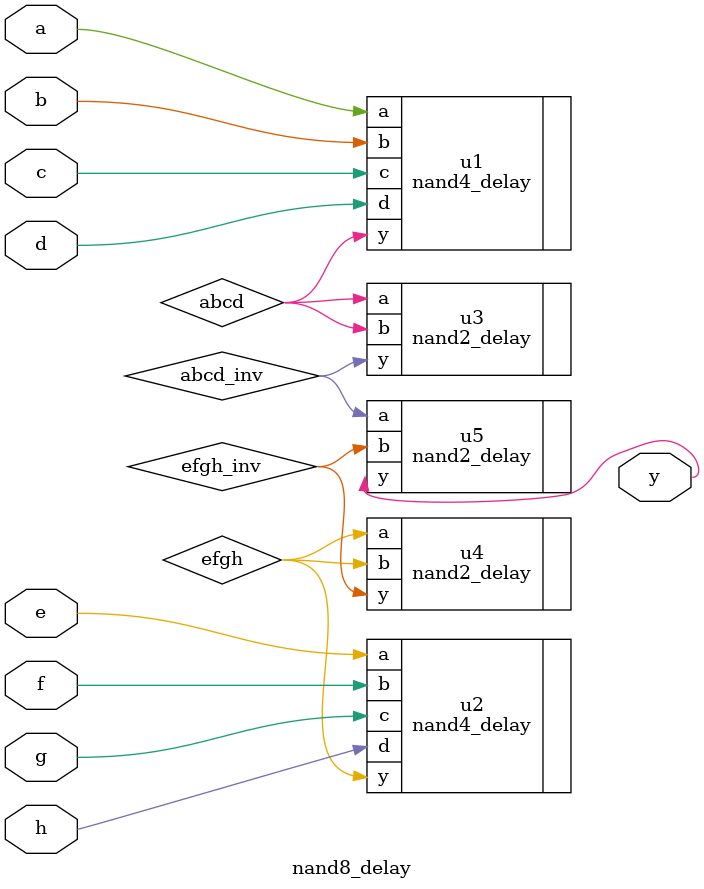
<source format=sv>
module nand8_delay (
	input logic a,
	input logic b,
	input logic c,
	input logic d,
	input logic e,
	input logic f,
	input logic g,
	input logic h,
	output logic y
);
	logic abcd, abcd_inv, efgh, efgh_inv;

	nand4_delay u1
	(
		.a(a), 
		.b(b), 
		.c(c), 
		.d(d), 
		.y(abcd)
	);

	nand4_delay u2
	(
		.a(e), 
		.b(f), 
		.c(g), 
		.d(h), 
		.y(efgh)
	);

		// not_abcd
	nand2_delay u3
	(
		.a(abcd), 
		.b(abcd), 
		.y(abcd_inv)
	);

		// not_efgh
	nand2_delay u4
	(
		.a(efgh), 
		.b(efgh), 
		.y(efgh_inv)
	);

		// not_abcd & not_efgh
	nand2_delay u5
	(
		.a(abcd_inv), 
		.b(efgh_inv), 
		.y(y)
	);

endmodule

</source>
